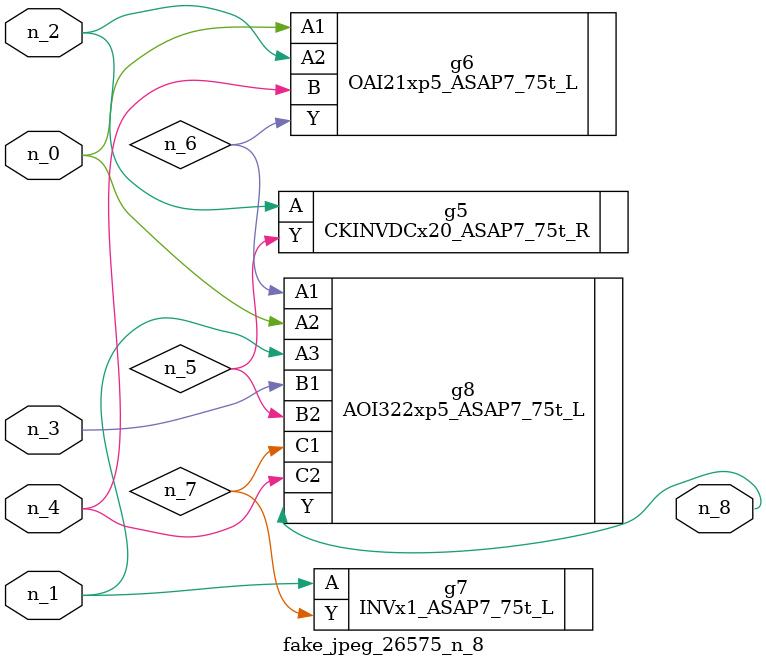
<source format=v>
module fake_jpeg_26575_n_8 (n_3, n_2, n_1, n_0, n_4, n_8);

input n_3;
input n_2;
input n_1;
input n_0;
input n_4;

output n_8;

wire n_6;
wire n_5;
wire n_7;

CKINVDCx20_ASAP7_75t_R g5 ( 
.A(n_2),
.Y(n_5)
);

OAI21xp5_ASAP7_75t_L g6 ( 
.A1(n_0),
.A2(n_2),
.B(n_4),
.Y(n_6)
);

INVx1_ASAP7_75t_L g7 ( 
.A(n_1),
.Y(n_7)
);

AOI322xp5_ASAP7_75t_L g8 ( 
.A1(n_6),
.A2(n_0),
.A3(n_1),
.B1(n_3),
.B2(n_5),
.C1(n_7),
.C2(n_4),
.Y(n_8)
);


endmodule
</source>
